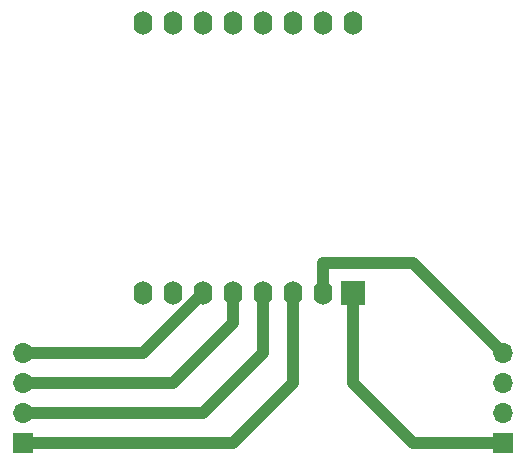
<source format=gbr>
G04 #@! TF.GenerationSoftware,KiCad,Pcbnew,5.1.9+dfsg1-1*
G04 #@! TF.CreationDate,2021-06-07T17:46:29+02:00*
G04 #@! TF.ProjectId,modbus_climate_control,6d6f6462-7573-45f6-936c-696d6174655f,rev?*
G04 #@! TF.SameCoordinates,PXe88b40PYe88b40*
G04 #@! TF.FileFunction,Copper,L1,Top*
G04 #@! TF.FilePolarity,Positive*
%FSLAX46Y46*%
G04 Gerber Fmt 4.6, Leading zero omitted, Abs format (unit mm)*
G04 Created by KiCad (PCBNEW 5.1.9+dfsg1-1) date 2021-06-07 17:46:29*
%MOMM*%
%LPD*%
G01*
G04 APERTURE LIST*
G04 #@! TA.AperFunction,ComponentPad*
%ADD10O,1.600000X2.000000*%
G04 #@! TD*
G04 #@! TA.AperFunction,ComponentPad*
%ADD11R,2.000000X2.000000*%
G04 #@! TD*
G04 #@! TA.AperFunction,ComponentPad*
%ADD12R,1.700000X1.700000*%
G04 #@! TD*
G04 #@! TA.AperFunction,ComponentPad*
%ADD13O,1.700000X1.700000*%
G04 #@! TD*
G04 #@! TA.AperFunction,Conductor*
%ADD14C,1.000000*%
G04 #@! TD*
G04 APERTURE END LIST*
D10*
G04 #@! TO.P,REF\u002A\u002A,16*
G04 #@! TO.N,N/C*
X27940000Y0D03*
G04 #@! TO.P,REF\u002A\u002A,15*
X25400000Y0D03*
G04 #@! TO.P,REF\u002A\u002A,14*
X22860000Y0D03*
G04 #@! TO.P,REF\u002A\u002A,13*
X20320000Y0D03*
G04 #@! TO.P,REF\u002A\u002A,12*
X17780000Y0D03*
G04 #@! TO.P,REF\u002A\u002A,11*
X15240000Y0D03*
G04 #@! TO.P,REF\u002A\u002A,10*
X12700000Y0D03*
G04 #@! TO.P,REF\u002A\u002A,9*
X10160000Y0D03*
G04 #@! TO.P,REF\u002A\u002A,8*
X10160000Y-22860000D03*
G04 #@! TO.P,REF\u002A\u002A,7*
X12700000Y-22860000D03*
G04 #@! TO.P,REF\u002A\u002A,6*
X15240000Y-22860000D03*
G04 #@! TO.P,REF\u002A\u002A,5*
X17780000Y-22860000D03*
G04 #@! TO.P,REF\u002A\u002A,4*
X20320000Y-22860000D03*
G04 #@! TO.P,REF\u002A\u002A,3*
X22860000Y-22860000D03*
D11*
G04 #@! TO.P,REF\u002A\u002A,1*
X27940000Y-22860000D03*
D10*
G04 #@! TO.P,REF\u002A\u002A,2*
X25400000Y-22860000D03*
G04 #@! TD*
D12*
G04 #@! TO.P,REF\u002A\u002A,1*
G04 #@! TO.N,N/C*
X40640000Y-35560000D03*
D13*
G04 #@! TO.P,REF\u002A\u002A,2*
X40640000Y-33020000D03*
G04 #@! TO.P,REF\u002A\u002A,3*
X40640000Y-30480000D03*
G04 #@! TO.P,REF\u002A\u002A,4*
X40640000Y-27940000D03*
G04 #@! TD*
G04 #@! TO.P,REF\u002A\u002A,4*
G04 #@! TO.N,N/C*
X0Y-27940000D03*
G04 #@! TO.P,REF\u002A\u002A,3*
X0Y-30480000D03*
G04 #@! TO.P,REF\u002A\u002A,2*
X0Y-33020000D03*
D12*
G04 #@! TO.P,REF\u002A\u002A,1*
X0Y-35560000D03*
G04 #@! TD*
D14*
G04 #@! TO.N,*
X27940000Y-22860000D02*
X27940000Y-30480000D01*
X33020000Y-35560000D02*
X40640000Y-35560000D01*
X27940000Y-30480000D02*
X33020000Y-35560000D01*
X33020000Y-20320000D02*
X40640000Y-27940000D01*
X25400000Y-20320000D02*
X33020000Y-20320000D01*
X25400000Y-22860000D02*
X25400000Y-20320000D01*
X15240000Y-22860000D02*
X10160000Y-27940000D01*
X10160000Y-27940000D02*
X0Y-27940000D01*
X17780000Y-22860000D02*
X17780000Y-25400000D01*
X12700000Y-30480000D02*
X0Y-30480000D01*
X17780000Y-25400000D02*
X12700000Y-30480000D01*
X20320000Y-22860000D02*
X20320000Y-27940000D01*
X20320000Y-27940000D02*
X15240000Y-33020000D01*
X15240000Y-33020000D02*
X0Y-33020000D01*
X22860000Y-22860000D02*
X22860000Y-30480000D01*
X17780000Y-35560000D02*
X0Y-35560000D01*
X22860000Y-30480000D02*
X17780000Y-35560000D01*
G04 #@! TD*
M02*

</source>
